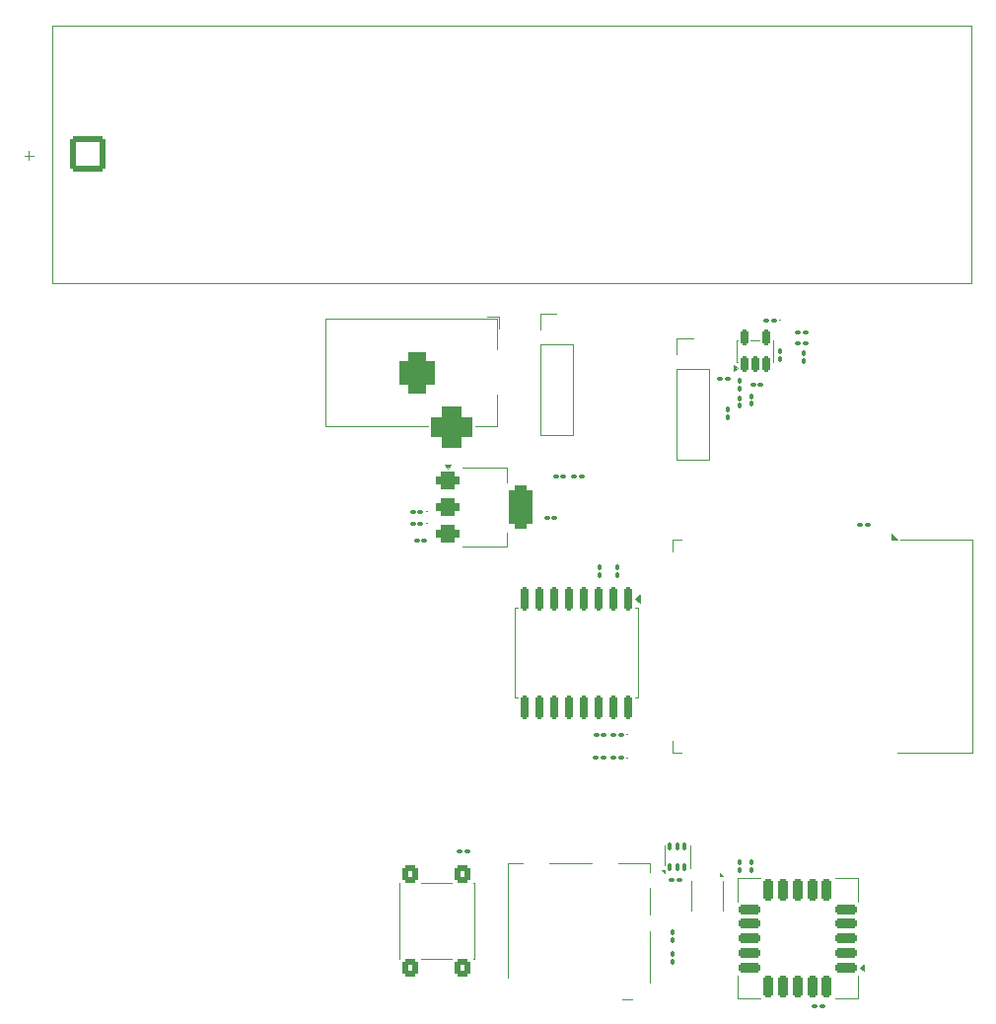
<source format=gto>
%TF.GenerationSoftware,KiCad,Pcbnew,9.0.6*%
%TF.CreationDate,2026-01-28T16:00:35+00:00*%
%TF.ProjectId,RoomHealthBlackBox,526f6f6d-4865-4616-9c74-68426c61636b,rev?*%
%TF.SameCoordinates,Original*%
%TF.FileFunction,Legend,Top*%
%TF.FilePolarity,Positive*%
%FSLAX46Y46*%
G04 Gerber Fmt 4.6, Leading zero omitted, Abs format (unit mm)*
G04 Created by KiCad (PCBNEW 9.0.6) date 2026-01-28 16:00:35*
%MOMM*%
%LPD*%
G01*
G04 APERTURE LIST*
G04 Aperture macros list*
%AMRoundRect*
0 Rectangle with rounded corners*
0 $1 Rounding radius*
0 $2 $3 $4 $5 $6 $7 $8 $9 X,Y pos of 4 corners*
0 Add a 4 corners polygon primitive as box body*
4,1,4,$2,$3,$4,$5,$6,$7,$8,$9,$2,$3,0*
0 Add four circle primitives for the rounded corners*
1,1,$1+$1,$2,$3*
1,1,$1+$1,$4,$5*
1,1,$1+$1,$6,$7*
1,1,$1+$1,$8,$9*
0 Add four rect primitives between the rounded corners*
20,1,$1+$1,$2,$3,$4,$5,0*
20,1,$1+$1,$4,$5,$6,$7,0*
20,1,$1+$1,$6,$7,$8,$9,0*
20,1,$1+$1,$8,$9,$2,$3,0*%
%AMFreePoly0*
4,1,6,0.500000,-0.850000,-0.500000,-0.850000,-0.500000,0.550000,-0.200000,0.850000,0.500000,0.850000,0.500000,-0.850000,0.500000,-0.850000,$1*%
G04 Aperture macros list end*
%ADD10C,0.125000*%
%ADD11C,0.100000*%
%ADD12C,0.120000*%
%ADD13RoundRect,0.100000X0.130000X0.100000X-0.130000X0.100000X-0.130000X-0.100000X0.130000X-0.100000X0*%
%ADD14RoundRect,0.100000X0.100000X-0.130000X0.100000X0.130000X-0.100000X0.130000X-0.100000X-0.130000X0*%
%ADD15RoundRect,0.100000X-0.130000X-0.100000X0.130000X-0.100000X0.130000X0.100000X-0.130000X0.100000X0*%
%ADD16RoundRect,0.100000X-0.100000X0.130000X-0.100000X-0.130000X0.100000X-0.130000X0.100000X0.130000X0*%
%ADD17R,0.850000X1.100000*%
%ADD18R,0.750000X1.100000*%
%ADD19R,1.200000X1.000000*%
%ADD20R,1.550000X1.350000*%
%ADD21R,1.900000X1.350000*%
%ADD22R,1.170000X1.800000*%
%ADD23R,1.700000X1.700000*%
%ADD24C,1.700000*%
%ADD25RoundRect,0.375000X-0.625000X-0.375000X0.625000X-0.375000X0.625000X0.375000X-0.625000X0.375000X0*%
%ADD26RoundRect,0.500000X-0.500000X-1.400000X0.500000X-1.400000X0.500000X1.400000X-0.500000X1.400000X0*%
%ADD27RoundRect,0.212500X0.737500X0.212500X-0.737500X0.212500X-0.737500X-0.212500X0.737500X-0.212500X0*%
%ADD28RoundRect,0.212500X0.212500X0.737500X-0.212500X0.737500X-0.212500X-0.737500X0.212500X-0.737500X0*%
%ADD29R,4.800000X4.800000*%
%ADD30RoundRect,0.250000X0.400000X-0.525000X0.400000X0.525000X-0.400000X0.525000X-0.400000X-0.525000X0*%
%ADD31R,3.500000X3.500000*%
%ADD32RoundRect,0.750000X-0.750000X-1.000000X0.750000X-1.000000X0.750000X1.000000X-0.750000X1.000000X0*%
%ADD33RoundRect,0.875000X-0.875000X-0.875000X0.875000X-0.875000X0.875000X0.875000X-0.875000X0.875000X0*%
%ADD34R,0.900000X1.500000*%
%ADD35R,1.500000X0.900000*%
%ADD36C,0.600000*%
%ADD37R,4.200000X4.200000*%
%ADD38C,3.200000*%
%ADD39RoundRect,0.249999X-1.250001X-1.250001X1.250001X-1.250001X1.250001X1.250001X-1.250001X1.250001X0*%
%ADD40C,3.000000*%
%ADD41RoundRect,0.150000X0.150000X-0.512500X0.150000X0.512500X-0.150000X0.512500X-0.150000X-0.512500X0*%
%ADD42RoundRect,0.150000X-0.150000X0.875000X-0.150000X-0.875000X0.150000X-0.875000X0.150000X0.875000X0*%
%ADD43RoundRect,0.075000X0.075000X-0.250000X0.075000X0.250000X-0.075000X0.250000X-0.075000X-0.250000X0*%
%ADD44R,0.250000X0.550000*%
%ADD45FreePoly0,270.000000*%
G04 APERTURE END LIST*
D10*
X105119048Y-82325166D02*
X105880953Y-82325166D01*
X105500000Y-82706119D02*
X105500000Y-81944214D01*
D11*
%TO.C,D_ENV1*%
X170065000Y-96460000D02*
G75*
G02*
X169965000Y-96460000I-50000J0D01*
G01*
X169965000Y-96460000D02*
G75*
G02*
X170065000Y-96460000I50000J0D01*
G01*
D12*
%TO.C,J2*%
X146620000Y-143055000D02*
X146620000Y-152875000D01*
X147850000Y-143055000D02*
X146620000Y-143055000D01*
X153820000Y-143055000D02*
X150150000Y-143055000D01*
X157320000Y-154695000D02*
X156460000Y-154695000D01*
X158800000Y-143055000D02*
X156120000Y-143055000D01*
X158800000Y-143775000D02*
X158800000Y-143055000D01*
X158800000Y-147475000D02*
X158800000Y-145175000D01*
X158800000Y-153325000D02*
X158800000Y-148875000D01*
%TO.C,U_CHG1*%
X149421000Y-95892840D02*
X150801000Y-95892840D01*
X149421000Y-97272840D02*
X149421000Y-95892840D01*
X149421000Y-98542840D02*
X149421000Y-106272840D01*
X149421000Y-98542840D02*
X152181000Y-98542840D01*
X149421000Y-106272840D02*
X152181000Y-106272840D01*
X152181000Y-98542840D02*
X152181000Y-106272840D01*
D11*
%TO.C,D1*%
X139711000Y-112892840D02*
G75*
G02*
X139611000Y-112892840I-50000J0D01*
G01*
X139611000Y-112892840D02*
G75*
G02*
X139711000Y-112892840I50000J0D01*
G01*
D12*
%TO.C,J_MIC1*%
X161120000Y-98000000D02*
X162500000Y-98000000D01*
X161120000Y-99380000D02*
X161120000Y-98000000D01*
X161120000Y-100650000D02*
X161120000Y-108380000D01*
X161120000Y-100650000D02*
X163880000Y-100650000D01*
X161120000Y-108380000D02*
X163880000Y-108380000D01*
X163880000Y-100650000D02*
X163880000Y-108380000D01*
D11*
%TO.C,D2*%
X139711000Y-113892840D02*
G75*
G02*
X139611000Y-113892840I-50000J0D01*
G01*
X139611000Y-113892840D02*
G75*
G02*
X139711000Y-113892840I50000J0D01*
G01*
D12*
%TO.C,U3*%
X142751000Y-109090000D02*
X146511000Y-109090000D01*
X142751000Y-115910000D02*
X146511000Y-115910000D01*
X146511000Y-109090000D02*
X146511000Y-110350000D01*
X146511000Y-115910000D02*
X146511000Y-114650000D01*
X141471000Y-109190000D02*
X141231000Y-108860000D01*
X141711000Y-108860000D01*
X141471000Y-109190000D01*
G36*
X141471000Y-109190000D02*
G01*
X141231000Y-108860000D01*
X141711000Y-108860000D01*
X141471000Y-109190000D01*
G37*
%TO.C,U4*%
X166345000Y-144340000D02*
X168320000Y-144340000D01*
X166345000Y-146315000D02*
X166345000Y-144340000D01*
X166345000Y-154660000D02*
X166345000Y-152685000D01*
X168320000Y-154660000D02*
X166345000Y-154660000D01*
X174690000Y-144340000D02*
X176665000Y-144340000D01*
X176665000Y-144340000D02*
X176665000Y-146315000D01*
X176665000Y-152685000D02*
X176665000Y-154660000D01*
X176665000Y-154660000D02*
X174690000Y-154660000D01*
X177195000Y-152240000D02*
X176865000Y-152000000D01*
X177195000Y-151760000D01*
X177195000Y-152240000D01*
G36*
X177195000Y-152240000D02*
G01*
X176865000Y-152000000D01*
X177195000Y-151760000D01*
X177195000Y-152240000D01*
G37*
%TO.C,SW_CFG1*%
X137270000Y-144770000D02*
X137300000Y-144770000D01*
X137270000Y-151230000D02*
X137270000Y-144770000D01*
X137300000Y-151230000D02*
X137270000Y-151230000D01*
X139200000Y-144770000D02*
X141800000Y-144770000D01*
X139200000Y-151230000D02*
X141800000Y-151230000D01*
X143730000Y-144770000D02*
X143700000Y-144770000D01*
X143730000Y-151230000D02*
X143700000Y-151230000D01*
X143730000Y-151230000D02*
X143730000Y-144770000D01*
%TO.C,J1*%
X131001000Y-96335340D02*
X145701000Y-96335340D01*
X131001000Y-105535340D02*
X131001000Y-96335340D01*
X139801000Y-105535340D02*
X131001000Y-105535340D01*
X144851000Y-96135340D02*
X145901000Y-96135340D01*
X145701000Y-96335340D02*
X145701000Y-98935340D01*
X145701000Y-102835340D02*
X145701000Y-105535340D01*
X145701000Y-105535340D02*
X143801000Y-105535340D01*
X145901000Y-97185340D02*
X145901000Y-96135340D01*
D11*
%TO.C,D_R1*%
X156910000Y-134000000D02*
G75*
G02*
X156810000Y-134000000I-50000J0D01*
G01*
X156810000Y-134000000D02*
G75*
G02*
X156910000Y-134000000I50000J0D01*
G01*
D12*
%TO.C,U1*%
X160735000Y-115297500D02*
X160735000Y-116297500D01*
X160735000Y-133537500D02*
X160735000Y-132537500D01*
X161515000Y-115297500D02*
X160735000Y-115297500D01*
X161515000Y-133537500D02*
X160735000Y-133537500D01*
X186475000Y-115297500D02*
X180315000Y-115297500D01*
X186475000Y-115297500D02*
X186475000Y-133537500D01*
X186475000Y-133537500D02*
X180060000Y-133537500D01*
X180090000Y-115292500D02*
X179590000Y-115292500D01*
X179590000Y-114792500D01*
X180090000Y-115292500D01*
G36*
X180090000Y-115292500D02*
G01*
X179590000Y-115292500D01*
X179590000Y-114792500D01*
X180090000Y-115292500D01*
G37*
%TO.C,BT1*%
X107535000Y-71140000D02*
X186455000Y-71140000D01*
X107535000Y-93260000D02*
X107535000Y-71140000D01*
X186455000Y-71140000D02*
X186455000Y-93260000D01*
X186455000Y-93260000D02*
X107535000Y-93260000D01*
D11*
%TO.C,D_G1*%
X156910000Y-132000000D02*
G75*
G02*
X156810000Y-132000000I-50000J0D01*
G01*
X156810000Y-132000000D02*
G75*
G02*
X156910000Y-132000000I50000J0D01*
G01*
D12*
%TO.C,U_MIC1*%
X166302500Y-98187500D02*
X166352500Y-98187500D01*
X166302500Y-100007500D02*
X166302500Y-98187500D01*
X166352500Y-100007500D02*
X166302500Y-100007500D01*
X167472500Y-98187500D02*
X168252500Y-98187500D01*
X169372500Y-98187500D02*
X169422500Y-98187500D01*
X169422500Y-98187500D02*
X169422500Y-100007500D01*
X169422500Y-100007500D02*
X169372500Y-100007500D01*
X166352500Y-100547500D02*
X166022500Y-100787500D01*
X166022500Y-100307500D01*
X166352500Y-100547500D01*
G36*
X166352500Y-100547500D02*
G01*
X166022500Y-100787500D01*
X166022500Y-100307500D01*
X166352500Y-100547500D01*
G37*
%TO.C,U_CLK1*%
X147240000Y-121140000D02*
X147495000Y-121140000D01*
X147240000Y-128860000D02*
X147240000Y-121140000D01*
X147495000Y-128860000D02*
X147240000Y-128860000D01*
X157505000Y-121140000D02*
X157760000Y-121140000D01*
X157760000Y-121140000D02*
X157760000Y-128860000D01*
X157760000Y-128860000D02*
X157505000Y-128860000D01*
X157980000Y-120690000D02*
X157510000Y-120350000D01*
X157980000Y-120010000D01*
X157980000Y-120690000D01*
G36*
X157980000Y-120690000D02*
G01*
X157510000Y-120350000D01*
X157980000Y-120010000D01*
X157980000Y-120690000D01*
G37*
%TO.C,U_LUX1*%
X160055000Y-143200000D02*
X160055000Y-141500000D01*
X162255000Y-143480000D02*
X162255000Y-141510000D01*
X160095000Y-143880000D02*
X159815000Y-143600000D01*
X160095000Y-143600000D01*
X160095000Y-143880000D01*
G36*
X160095000Y-143880000D02*
G01*
X159815000Y-143600000D01*
X160095000Y-143600000D01*
X160095000Y-143880000D01*
G37*
%TO.C,U2*%
X162390000Y-144575000D02*
X162390000Y-147075000D01*
X165110000Y-144575000D02*
X165110000Y-147075000D01*
X165080000Y-144175000D02*
X164800000Y-144175000D01*
X164800000Y-143895000D01*
X165080000Y-144175000D01*
G36*
X165080000Y-144175000D02*
G01*
X164800000Y-144175000D01*
X164800000Y-143895000D01*
X165080000Y-144175000D01*
G37*
%TD*%
%LPC*%
D13*
%TO.C,D_ENV1*%
X169475000Y-96460000D03*
X168835000Y-96460000D03*
%TD*%
D14*
%TO.C,R2*%
X166500000Y-143640000D03*
X166500000Y-143000000D03*
%TD*%
D15*
%TO.C,R_ENV1*%
X171525000Y-98460000D03*
X172165000Y-98460000D03*
%TD*%
D13*
%TO.C,R_LED_R1*%
X154820000Y-134000000D03*
X154180000Y-134000000D03*
%TD*%
D16*
%TO.C,R4*%
X166500000Y-103140000D03*
X166500000Y-103780000D03*
%TD*%
D15*
%TO.C,R_V1*%
X150736000Y-109892840D03*
X151376000Y-109892840D03*
%TD*%
D17*
%TO.C,J2*%
X155835000Y-154325000D03*
X154735000Y-154325000D03*
X153635000Y-154325000D03*
X152535000Y-154325000D03*
X151435000Y-154325000D03*
X150335000Y-154325000D03*
X149235000Y-154325000D03*
D18*
X148185000Y-154325000D03*
D19*
X158470000Y-148175000D03*
X158470000Y-144475000D03*
D20*
X158295000Y-154200000D03*
D21*
X154970000Y-143500000D03*
X149000000Y-143500000D03*
D22*
X146975000Y-153975000D03*
%TD*%
D16*
%TO.C,R7*%
X170000000Y-99140000D03*
X170000000Y-99780000D03*
%TD*%
%TO.C,R_ADC1*%
X172000000Y-99295000D03*
X172000000Y-99935000D03*
%TD*%
D14*
%TO.C,R1*%
X167500000Y-143615000D03*
X167500000Y-142975000D03*
%TD*%
D23*
%TO.C,U_CHG1*%
X150801000Y-97272840D03*
D24*
X150801000Y-99812840D03*
X150801000Y-102352840D03*
X150801000Y-104892840D03*
%TD*%
D14*
%TO.C,C_SD1*%
X160800001Y-151475000D03*
X160800001Y-150835000D03*
%TD*%
D13*
%TO.C,D1*%
X139121000Y-112892840D03*
X138481000Y-112892840D03*
%TD*%
D23*
%TO.C,J_MIC1*%
X162500000Y-99380000D03*
D24*
X162500000Y-101920000D03*
X162500000Y-104460000D03*
X162500000Y-107000000D03*
%TD*%
D14*
%TO.C,R5*%
X166500000Y-102280000D03*
X166500000Y-101640000D03*
%TD*%
D15*
%TO.C,C_ENV1*%
X171525000Y-97460000D03*
X172165000Y-97460000D03*
%TD*%
D13*
%TO.C,D2*%
X139121000Y-113892840D03*
X138481000Y-113892840D03*
%TD*%
%TO.C,R_LED_G1*%
X154845000Y-132000000D03*
X154205000Y-132000000D03*
%TD*%
D15*
%TO.C,C_IN1*%
X138801000Y-115392840D03*
X139441000Y-115392840D03*
%TD*%
D25*
%TO.C,U3*%
X141451000Y-110200000D03*
X141451000Y-112500000D03*
D26*
X147751000Y-112500000D03*
D25*
X141451000Y-114800000D03*
%TD*%
D14*
%TO.C,C_REF1*%
X167500000Y-103625000D03*
X167500000Y-102985000D03*
%TD*%
D15*
%TO.C,C_CO2*%
X172985000Y-155300000D03*
X173625000Y-155300000D03*
%TD*%
D14*
%TO.C,R3*%
X165500000Y-104780000D03*
X165500000Y-104140000D03*
%TD*%
D16*
%TO.C,R_RTCINT1*%
X154500000Y-117680000D03*
X154500000Y-118320000D03*
%TD*%
D27*
%TO.C,U4*%
X175655000Y-152000000D03*
X175655000Y-150750000D03*
X175655000Y-149500000D03*
X175655000Y-148250000D03*
X175655000Y-147000000D03*
D28*
X174005000Y-145350000D03*
X172755000Y-145350000D03*
X171505000Y-145350000D03*
X170255000Y-145350000D03*
X169005000Y-145350000D03*
D27*
X167355000Y-147000000D03*
X167355000Y-148250000D03*
X167355000Y-149500000D03*
X167355000Y-150750000D03*
X167355000Y-152000000D03*
D28*
X169005000Y-153650000D03*
X170255000Y-153650000D03*
X171505000Y-153650000D03*
X172755000Y-153650000D03*
X174005000Y-153650000D03*
D29*
X171505000Y-149500000D03*
%TD*%
D13*
%TO.C,C_IN2*%
X165500000Y-101460000D03*
X164860000Y-101460000D03*
%TD*%
D30*
%TO.C,SW_CFG1*%
X138250000Y-151980000D03*
X138250000Y-144020000D03*
X142750000Y-151980000D03*
X142750000Y-144020000D03*
%TD*%
D31*
%TO.C,J1*%
X144801000Y-100935340D03*
D32*
X138801000Y-100935340D03*
D33*
X141801000Y-105635340D03*
%TD*%
D13*
%TO.C,C_OUT1*%
X150621000Y-113392840D03*
X149981000Y-113392840D03*
%TD*%
D15*
%TO.C,R_V2*%
X152301000Y-109892840D03*
X152941000Y-109892840D03*
%TD*%
D13*
%TO.C,D_R1*%
X156320000Y-134000000D03*
X155680000Y-134000000D03*
%TD*%
%TO.C,R_EN1*%
X177500000Y-114000000D03*
X176860000Y-114000000D03*
%TD*%
D34*
%TO.C,U1*%
X178865000Y-115667500D03*
X177595000Y-115667500D03*
X176325000Y-115667500D03*
X175055000Y-115667500D03*
X173785000Y-115667500D03*
X172515000Y-115667500D03*
X171245000Y-115667500D03*
X169975000Y-115667500D03*
X168705000Y-115667500D03*
X167435000Y-115667500D03*
X166165000Y-115667500D03*
X164895000Y-115667500D03*
X163625000Y-115667500D03*
X162355000Y-115667500D03*
D35*
X161105000Y-118707500D03*
X161105000Y-119977500D03*
X161105000Y-121247500D03*
X161105000Y-122517500D03*
X161105000Y-123787500D03*
X161105000Y-125057500D03*
X161105000Y-126327500D03*
X161105000Y-127597500D03*
X161105000Y-128867500D03*
X161105000Y-130137500D03*
D34*
X162355000Y-133167500D03*
X163625000Y-133167500D03*
X164895000Y-133167500D03*
X166165000Y-133167500D03*
X167435000Y-133167500D03*
X168705000Y-133167500D03*
X169975000Y-133167500D03*
X171245000Y-133167500D03*
X172515000Y-133167500D03*
X173785000Y-133167500D03*
X175055000Y-133167500D03*
X176325000Y-133167500D03*
X177595000Y-133167500D03*
X178865000Y-133167500D03*
D36*
X172287500Y-122212500D03*
X170762500Y-122212500D03*
X173050000Y-122975000D03*
X171525000Y-122975000D03*
X170000000Y-122975000D03*
X172287500Y-123737500D03*
D37*
X171525000Y-123737500D03*
D36*
X170762500Y-123737500D03*
X173050000Y-124500000D03*
X171525000Y-124500000D03*
X170000000Y-124500000D03*
X172287500Y-125262500D03*
X170762500Y-125262500D03*
%TD*%
D38*
%TO.C,BT1*%
X118990000Y-82200000D03*
X174600000Y-82200000D03*
D39*
X110545000Y-82200000D03*
D40*
X183445000Y-82200000D03*
%TD*%
D13*
%TO.C,D_G1*%
X156320000Y-132000000D03*
X155680000Y-132000000D03*
%TD*%
D16*
%TO.C,C_RTC1*%
X156000000Y-117680000D03*
X156000000Y-118320000D03*
%TD*%
D15*
%TO.C,C_LUX1*%
X160680000Y-144500000D03*
X161320000Y-144500000D03*
%TD*%
D41*
%TO.C,U_MIC1*%
X166912500Y-100235000D03*
X167862500Y-100235000D03*
X168812500Y-100235000D03*
X168812500Y-97960000D03*
X166912500Y-97960000D03*
%TD*%
D13*
%TO.C,R_CFG1*%
X143130000Y-142040000D03*
X142490000Y-142040000D03*
%TD*%
D42*
%TO.C,U_CLK1*%
X156945000Y-120350000D03*
X155675000Y-120350000D03*
X154405000Y-120350000D03*
X153135000Y-120350000D03*
X151865000Y-120350000D03*
X150595000Y-120350000D03*
X149325000Y-120350000D03*
X148055000Y-120350000D03*
X148055000Y-129650000D03*
X149325000Y-129650000D03*
X150595000Y-129650000D03*
X151865000Y-129650000D03*
X153135000Y-129650000D03*
X154405000Y-129650000D03*
X155675000Y-129650000D03*
X156945000Y-129650000D03*
%TD*%
D43*
%TO.C,U_LUX1*%
X160505000Y-143400000D03*
X161155000Y-143400000D03*
X161805000Y-143400000D03*
X161805000Y-141600000D03*
X161155000Y-141600000D03*
X160505000Y-141600000D03*
%TD*%
D44*
%TO.C,U2*%
X164500000Y-144650000D03*
X164000000Y-144650000D03*
X163500000Y-144650000D03*
X163000000Y-144650000D03*
X163000000Y-147000000D03*
X163500000Y-147000000D03*
X164000000Y-147000000D03*
X164500000Y-147000000D03*
D45*
X163750000Y-145825000D03*
%TD*%
D14*
%TO.C,C_SD2*%
X160800001Y-149640000D03*
X160800001Y-149000000D03*
%TD*%
D15*
%TO.C,R6*%
X167680000Y-101960000D03*
X168320000Y-101960000D03*
%TD*%
%LPD*%
M02*

</source>
